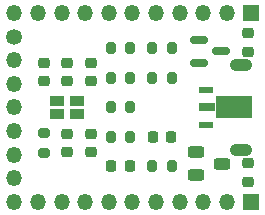
<source format=gbs>
G04 #@! TF.GenerationSoftware,KiCad,Pcbnew,9.0.1-9.0.1-0~ubuntu25.04.1*
G04 #@! TF.CreationDate,2025-05-06T20:57:22+10:00*
G04 #@! TF.ProjectId,MiniUNO,4d696e69-554e-44f2-9e6b-696361645f70,rev?*
G04 #@! TF.SameCoordinates,Original*
G04 #@! TF.FileFunction,Soldermask,Bot*
G04 #@! TF.FilePolarity,Negative*
%FSLAX46Y46*%
G04 Gerber Fmt 4.6, Leading zero omitted, Abs format (unit mm)*
G04 Created by KiCad (PCBNEW 9.0.1-9.0.1-0~ubuntu25.04.1) date 2025-05-06 20:57:22*
%MOMM*%
%LPD*%
G01*
G04 APERTURE LIST*
G04 Aperture macros list*
%AMRoundRect*
0 Rectangle with rounded corners*
0 $1 Rounding radius*
0 $2 $3 $4 $5 $6 $7 $8 $9 X,Y pos of 4 corners*
0 Add a 4 corners polygon primitive as box body*
4,1,4,$2,$3,$4,$5,$6,$7,$8,$9,$2,$3,0*
0 Add four circle primitives for the rounded corners*
1,1,$1+$1,$2,$3*
1,1,$1+$1,$4,$5*
1,1,$1+$1,$6,$7*
1,1,$1+$1,$8,$9*
0 Add four rect primitives between the rounded corners*
20,1,$1+$1,$2,$3,$4,$5,0*
20,1,$1+$1,$4,$5,$6,$7,0*
20,1,$1+$1,$6,$7,$8,$9,0*
20,1,$1+$1,$8,$9,$2,$3,0*%
G04 Aperture macros list end*
%ADD10RoundRect,0.225000X0.250000X-0.225000X0.250000X0.225000X-0.250000X0.225000X-0.250000X-0.225000X0*%
%ADD11RoundRect,0.225000X0.225000X0.250000X-0.225000X0.250000X-0.225000X-0.250000X0.225000X-0.250000X0*%
%ADD12RoundRect,0.200000X-0.200000X-0.275000X0.200000X-0.275000X0.200000X0.275000X-0.200000X0.275000X0*%
%ADD13R,1.300500X0.900500*%
%ADD14RoundRect,0.200000X0.200000X0.275000X-0.200000X0.275000X-0.200000X-0.275000X0.200000X-0.275000X0*%
%ADD15RoundRect,0.200000X0.275000X-0.200000X0.275000X0.200000X-0.275000X0.200000X-0.275000X-0.200000X0*%
%ADD16O,1.900000X1.050000*%
%ADD17R,1.300000X0.550000*%
%ADD18R,1.475000X0.800000*%
%ADD19R,3.125000X1.850000*%
%ADD20R,1.350000X1.350000*%
%ADD21O,1.350000X1.350000*%
%ADD22RoundRect,0.250000X-0.450000X-0.250000X0.450000X-0.250000X0.450000X0.250000X-0.450000X0.250000X0*%
%ADD23C,1.350000*%
%ADD24RoundRect,0.225000X-0.250000X0.225000X-0.250000X-0.225000X0.250000X-0.225000X0.250000X0.225000X0*%
%ADD25RoundRect,0.150000X-0.587500X-0.150000X0.587500X-0.150000X0.587500X0.150000X-0.587500X0.150000X0*%
G04 APERTURE END LIST*
D10*
G04 #@! TO.C,C1*
X-3500000Y2225000D03*
X-3500000Y3775000D03*
G04 #@! TD*
D11*
G04 #@! TO.C,C6*
X5275000Y-2500000D03*
X3725000Y-2500000D03*
G04 #@! TD*
D12*
G04 #@! TO.C,R4*
X175000Y2500000D03*
X1825000Y2500000D03*
G04 #@! TD*
D10*
G04 #@! TO.C,C3*
X-5500000Y2225000D03*
X-5500000Y3775000D03*
G04 #@! TD*
D13*
G04 #@! TO.C,Y1*
X-4349750Y549750D03*
X-2650250Y549750D03*
X-2650250Y-549750D03*
X-4349750Y-549750D03*
G04 #@! TD*
D10*
G04 #@! TO.C,C4*
X-3500000Y-3775000D03*
X-3500000Y-2225000D03*
G04 #@! TD*
D14*
G04 #@! TO.C,R2*
X1825000Y0D03*
X175000Y0D03*
G04 #@! TD*
D11*
G04 #@! TO.C,C7*
X1775000Y-5000000D03*
X225000Y-5000000D03*
G04 #@! TD*
D12*
G04 #@! TO.C,R5*
X175000Y5000000D03*
X1825000Y5000000D03*
G04 #@! TD*
D10*
G04 #@! TO.C,C5*
X-1500000Y-3775000D03*
X-1500000Y-2225000D03*
G04 #@! TD*
G04 #@! TO.C,C2*
X-1500000Y2225000D03*
X-1500000Y3775000D03*
G04 #@! TD*
D12*
G04 #@! TO.C,R7*
X3675000Y5000000D03*
X5325000Y5000000D03*
G04 #@! TD*
G04 #@! TO.C,R8*
X3675000Y-5000000D03*
X5325000Y-5000000D03*
G04 #@! TD*
D15*
G04 #@! TO.C,R3*
X-5500000Y-3825000D03*
X-5500000Y-2175000D03*
G04 #@! TD*
D14*
G04 #@! TO.C,R1*
X5325000Y2500000D03*
X3675000Y2500000D03*
G04 #@! TD*
D12*
G04 #@! TO.C,R6*
X175000Y-2500000D03*
X1825000Y-2500000D03*
G04 #@! TD*
D16*
G04 #@! TO.C,J1*
X11200000Y-3575000D03*
X11200000Y3575000D03*
G04 #@! TD*
D17*
G04 #@! TO.C,IC1*
X8250000Y-1500000D03*
D18*
X8338000Y0D03*
D19*
X10638000Y0D03*
D17*
X8250000Y1500000D03*
G04 #@! TD*
D20*
G04 #@! TO.C,J3*
X12000000Y-8000000D03*
D21*
X10000000Y-8000000D03*
X8000000Y-8000000D03*
X6000000Y-8000000D03*
X4000000Y-8000000D03*
X2000000Y-8000000D03*
X0Y-8000000D03*
X-2000000Y-8000000D03*
X-4000000Y-8000000D03*
X-6000000Y-8000000D03*
X-8000000Y-8000000D03*
G04 #@! TD*
D20*
G04 #@! TO.C,J2*
X12000000Y8000000D03*
D21*
X10000000Y8000000D03*
X8000000Y8000000D03*
X6000000Y8000000D03*
X4000000Y8000000D03*
X2000000Y8000000D03*
X0Y8000000D03*
X-2000000Y8000000D03*
X-4000000Y8000000D03*
X-6000000Y8000000D03*
X-8000000Y8000000D03*
G04 #@! TD*
D10*
G04 #@! TO.C,C8*
X11750000Y4725000D03*
X11750000Y6275000D03*
G04 #@! TD*
D22*
G04 #@! TO.C,Q1*
X7400000Y-5700000D03*
X7400000Y-3800000D03*
X9600000Y-4750000D03*
G04 #@! TD*
D23*
G04 #@! TO.C,J4*
X-8000000Y6000000D03*
D21*
X-8000000Y4000000D03*
X-8000000Y2000000D03*
X-8000000Y0D03*
X-8000000Y-2000000D03*
X-8000000Y-4000000D03*
X-8000000Y-6000000D03*
G04 #@! TD*
D24*
G04 #@! TO.C,C9*
X11750000Y-4725000D03*
X11750000Y-6275000D03*
G04 #@! TD*
D25*
G04 #@! TO.C,Q2*
X7625000Y3800000D03*
X7625000Y5700000D03*
X9500000Y4750000D03*
G04 #@! TD*
M02*

</source>
